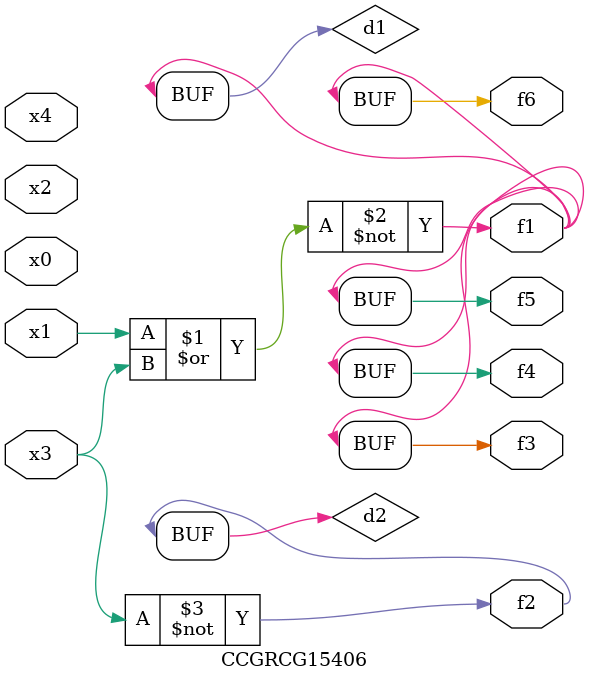
<source format=v>
module CCGRCG15406(
	input x0, x1, x2, x3, x4,
	output f1, f2, f3, f4, f5, f6
);

	wire d1, d2;

	nor (d1, x1, x3);
	not (d2, x3);
	assign f1 = d1;
	assign f2 = d2;
	assign f3 = d1;
	assign f4 = d1;
	assign f5 = d1;
	assign f6 = d1;
endmodule

</source>
